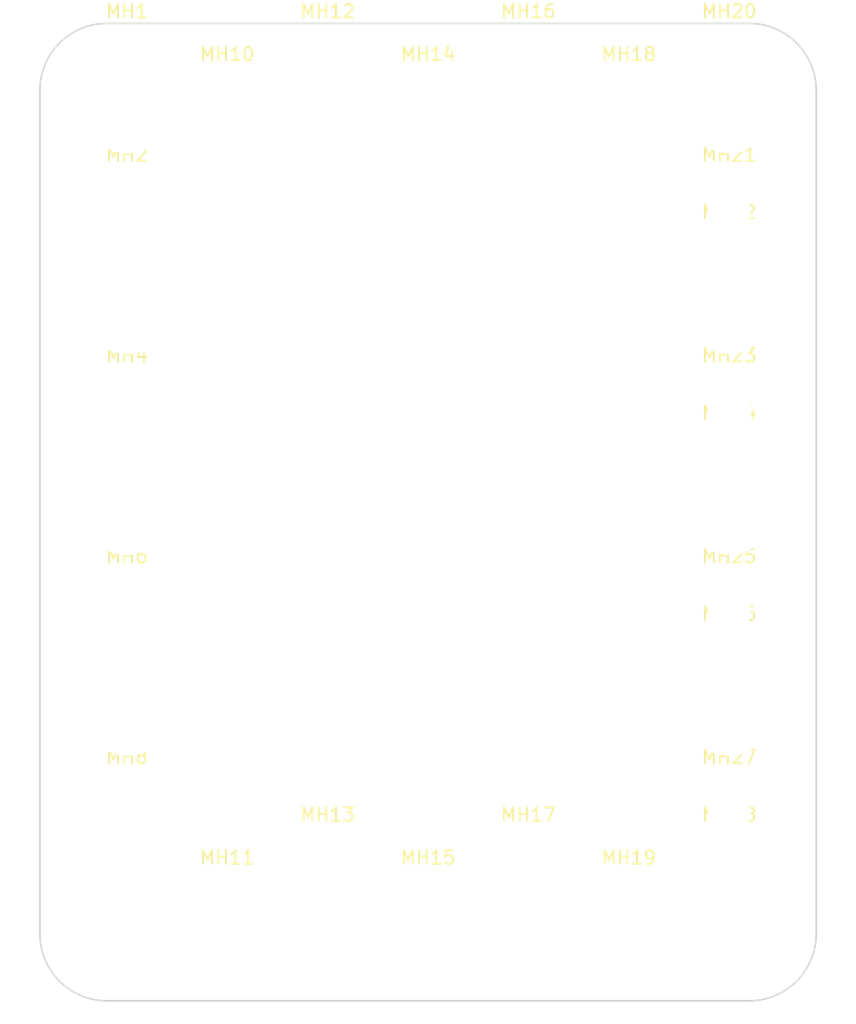
<source format=kicad_pcb>
(kicad_pcb (version 20221018) (generator pcbnew)
  (layers (0 "F.Cu" signal) (31 "B.Cu" signal) (34 "B.Paste" user) (35 "F.Paste" user) (36 "B.SilkS" user "B.Silkscreen") (37 "F.SilkS" user "F.Silkscreen") (38 "B.Mask" user) (39 "F.Mask" user) (44 "Edge.Cuts" user))
  (net 0 "")
  (footprint "MountingHole_6.4mm_M6" (layer "F.Cu") (at -22.5 -30.0)
    (fp_text reference "MH1" (at 0 -7.4) (layer "F.SilkS"))
    (fp_text value "MountingHole_6.4mm_M6")
    (pad "" np_thru_hole circle (at 0 0) (size 6.4 6.4) (drill 6.4) (layers *.Cu *.Mask))
  )
  (footprint "MountingHole_3.2mm_M3" (layer "F.Cu") (at -22.5 -22.5)
    (fp_text reference "MH2" (at 0 -4.2) (layer "F.SilkS"))
    (fp_text value "MountingHole_3.2mm_M3")
    (pad "" np_thru_hole circle (at 0 0) (size 3.2 3.2) (drill 3.2) (layers *.Cu *.Mask))
  )
  (footprint "MountingHole_6.4mm_M6" (layer "F.Cu") (at -22.5 -15.0)
    (fp_text reference "MH3" (at 0 -7.4) (layer "F.SilkS"))
    (fp_text value "MountingHole_6.4mm_M6")
    (pad "" np_thru_hole circle (at 0 0) (size 6.4 6.4) (drill 6.4) (layers *.Cu *.Mask))
  )
  (footprint "MountingHole_3.2mm_M3" (layer "F.Cu") (at -22.5 -7.5)
    (fp_text reference "MH4" (at 0 -4.2) (layer "F.SilkS"))
    (fp_text value "MountingHole_3.2mm_M3")
    (pad "" np_thru_hole circle (at 0 0) (size 3.2 3.2) (drill 3.2) (layers *.Cu *.Mask))
  )
  (footprint "MountingHole_6.4mm_M6" (layer "F.Cu") (at -22.5 0.0)
    (fp_text reference "MH5" (at 0 -7.4) (layer "F.SilkS"))
    (fp_text value "MountingHole_6.4mm_M6")
    (pad "" np_thru_hole circle (at 0 0) (size 6.4 6.4) (drill 6.4) (layers *.Cu *.Mask))
  )
  (footprint "MountingHole_3.2mm_M3" (layer "F.Cu") (at -22.5 7.5)
    (fp_text reference "MH6" (at 0 -4.2) (layer "F.SilkS"))
    (fp_text value "MountingHole_3.2mm_M3")
    (pad "" np_thru_hole circle (at 0 0) (size 3.2 3.2) (drill 3.2) (layers *.Cu *.Mask))
  )
  (footprint "MountingHole_6.4mm_M6" (layer "F.Cu") (at -22.5 15.0)
    (fp_text reference "MH7" (at 0 -7.4) (layer "F.SilkS"))
    (fp_text value "MountingHole_6.4mm_M6")
    (pad "" np_thru_hole circle (at 0 0) (size 6.4 6.4) (drill 6.4) (layers *.Cu *.Mask))
  )
  (footprint "MountingHole_3.2mm_M3" (layer "F.Cu") (at -22.5 22.5)
    (fp_text reference "MH8" (at 0 -4.2) (layer "F.SilkS"))
    (fp_text value "MountingHole_3.2mm_M3")
    (pad "" np_thru_hole circle (at 0 0) (size 3.2 3.2) (drill 3.2) (layers *.Cu *.Mask))
  )
  (footprint "MountingHole_6.4mm_M6" (layer "F.Cu") (at -22.5 30.0)
    (fp_text reference "MH9" (at 0 -7.4) (layer "F.SilkS"))
    (fp_text value "MountingHole_6.4mm_M6")
    (pad "" np_thru_hole circle (at 0 0) (size 6.4 6.4) (drill 6.4) (layers *.Cu *.Mask))
  )
  (footprint "MountingHole_3.2mm_M3" (layer "F.Cu") (at -15.0 -30.0)
    (fp_text reference "MH10" (at 0 -4.2) (layer "F.SilkS"))
    (fp_text value "MountingHole_3.2mm_M3")
    (pad "" np_thru_hole circle (at 0 0) (size 3.2 3.2) (drill 3.2) (layers *.Cu *.Mask))
  )
  (footprint "MountingHole_3.2mm_M3" (layer "F.Cu") (at -15.0 30.0)
    (fp_text reference "MH11" (at 0 -4.2) (layer "F.SilkS"))
    (fp_text value "MountingHole_3.2mm_M3")
    (pad "" np_thru_hole circle (at 0 0) (size 3.2 3.2) (drill 3.2) (layers *.Cu *.Mask))
  )
  (footprint "MountingHole_6.4mm_M6" (layer "F.Cu") (at -7.5 -30.0)
    (fp_text reference "MH12" (at 0 -7.4) (layer "F.SilkS"))
    (fp_text value "MountingHole_6.4mm_M6")
    (pad "" np_thru_hole circle (at 0 0) (size 6.4 6.4) (drill 6.4) (layers *.Cu *.Mask))
  )
  (footprint "MountingHole_6.4mm_M6" (layer "F.Cu") (at -7.5 30.0)
    (fp_text reference "MH13" (at 0 -7.4) (layer "F.SilkS"))
    (fp_text value "MountingHole_6.4mm_M6")
    (pad "" np_thru_hole circle (at 0 0) (size 6.4 6.4) (drill 6.4) (layers *.Cu *.Mask))
  )
  (footprint "MountingHole_3.2mm_M3" (layer "F.Cu") (at 0.0 -30.0)
    (fp_text reference "MH14" (at 0 -4.2) (layer "F.SilkS"))
    (fp_text value "MountingHole_3.2mm_M3")
    (pad "" np_thru_hole circle (at 0 0) (size 3.2 3.2) (drill 3.2) (layers *.Cu *.Mask))
  )
  (footprint "MountingHole_3.2mm_M3" (layer "F.Cu") (at 0.0 30.0)
    (fp_text reference "MH15" (at 0 -4.2) (layer "F.SilkS"))
    (fp_text value "MountingHole_3.2mm_M3")
    (pad "" np_thru_hole circle (at 0 0) (size 3.2 3.2) (drill 3.2) (layers *.Cu *.Mask))
  )
  (footprint "MountingHole_6.4mm_M6" (layer "F.Cu") (at 7.5 -30.0)
    (fp_text reference "MH16" (at 0 -7.4) (layer "F.SilkS"))
    (fp_text value "MountingHole_6.4mm_M6")
    (pad "" np_thru_hole circle (at 0 0) (size 6.4 6.4) (drill 6.4) (layers *.Cu *.Mask))
  )
  (footprint "MountingHole_6.4mm_M6" (layer "F.Cu") (at 7.5 30.0)
    (fp_text reference "MH17" (at 0 -7.4) (layer "F.SilkS"))
    (fp_text value "MountingHole_6.4mm_M6")
    (pad "" np_thru_hole circle (at 0 0) (size 6.4 6.4) (drill 6.4) (layers *.Cu *.Mask))
  )
  (footprint "MountingHole_3.2mm_M3" (layer "F.Cu") (at 15.0 -30.0)
    (fp_text reference "MH18" (at 0 -4.2) (layer "F.SilkS"))
    (fp_text value "MountingHole_3.2mm_M3")
    (pad "" np_thru_hole circle (at 0 0) (size 3.2 3.2) (drill 3.2) (layers *.Cu *.Mask))
  )
  (footprint "MountingHole_3.2mm_M3" (layer "F.Cu") (at 15.0 30.0)
    (fp_text reference "MH19" (at 0 -4.2) (layer "F.SilkS"))
    (fp_text value "MountingHole_3.2mm_M3")
    (pad "" np_thru_hole circle (at 0 0) (size 3.2 3.2) (drill 3.2) (layers *.Cu *.Mask))
  )
  (footprint "MountingHole_6.4mm_M6" (layer "F.Cu") (at 22.5 -30.0)
    (fp_text reference "MH20" (at 0 -7.4) (layer "F.SilkS"))
    (fp_text value "MountingHole_6.4mm_M6")
    (pad "" np_thru_hole circle (at 0 0) (size 6.4 6.4) (drill 6.4) (layers *.Cu *.Mask))
  )
  (footprint "MountingHole_3.2mm_M3" (layer "F.Cu") (at 22.5 -22.5)
    (fp_text reference "MH21" (at 0 -4.2) (layer "F.SilkS"))
    (fp_text value "MountingHole_3.2mm_M3")
    (pad "" np_thru_hole circle (at 0 0) (size 3.2 3.2) (drill 3.2) (layers *.Cu *.Mask))
  )
  (footprint "MountingHole_6.4mm_M6" (layer "F.Cu") (at 22.5 -15.0)
    (fp_text reference "MH22" (at 0 -7.4) (layer "F.SilkS"))
    (fp_text value "MountingHole_6.4mm_M6")
    (pad "" np_thru_hole circle (at 0 0) (size 6.4 6.4) (drill 6.4) (layers *.Cu *.Mask))
  )
  (footprint "MountingHole_3.2mm_M3" (layer "F.Cu") (at 22.5 -7.5)
    (fp_text reference "MH23" (at 0 -4.2) (layer "F.SilkS"))
    (fp_text value "MountingHole_3.2mm_M3")
    (pad "" np_thru_hole circle (at 0 0) (size 3.2 3.2) (drill 3.2) (layers *.Cu *.Mask))
  )
  (footprint "MountingHole_6.4mm_M6" (layer "F.Cu") (at 22.5 0.0)
    (fp_text reference "MH24" (at 0 -7.4) (layer "F.SilkS"))
    (fp_text value "MountingHole_6.4mm_M6")
    (pad "" np_thru_hole circle (at 0 0) (size 6.4 6.4) (drill 6.4) (layers *.Cu *.Mask))
  )
  (footprint "MountingHole_3.2mm_M3" (layer "F.Cu") (at 22.5 7.5)
    (fp_text reference "MH25" (at 0 -4.2) (layer "F.SilkS"))
    (fp_text value "MountingHole_3.2mm_M3")
    (pad "" np_thru_hole circle (at 0 0) (size 3.2 3.2) (drill 3.2) (layers *.Cu *.Mask))
  )
  (footprint "MountingHole_6.4mm_M6" (layer "F.Cu") (at 22.5 15.0)
    (fp_text reference "MH26" (at 0 -7.4) (layer "F.SilkS"))
    (fp_text value "MountingHole_6.4mm_M6")
    (pad "" np_thru_hole circle (at 0 0) (size 6.4 6.4) (drill 6.4) (layers *.Cu *.Mask))
  )
  (footprint "MountingHole_3.2mm_M3" (layer "F.Cu") (at 22.5 22.5)
    (fp_text reference "MH27" (at 0 -4.2) (layer "F.SilkS"))
    (fp_text value "MountingHole_3.2mm_M3")
    (pad "" np_thru_hole circle (at 0 0) (size 3.2 3.2) (drill 3.2) (layers *.Cu *.Mask))
  )
  (footprint "MountingHole_6.4mm_M6" (layer "F.Cu") (at 22.5 30.0)
    (fp_text reference "MH28" (at 0 -7.4) (layer "F.SilkS"))
    (fp_text value "MountingHole_6.4mm_M6")
    (pad "" np_thru_hole circle (at 0 0) (size 6.4 6.4) (drill 6.4) (layers *.Cu *.Mask))
  )
  (gr_line (start -24.0 -36.5) (end 24.0 -36.5) (layer "Edge.Cuts") (width 0.12))
  (gr_line (start -24.0 36.5) (end 24.0 36.5) (layer "Edge.Cuts") (width 0.12))
  (gr_line (start -29.0 -31.5) (end -29.0 31.5) (layer "Edge.Cuts") (width 0.12))
  (gr_line (start 29.0 -31.5) (end 29.0 31.5) (layer "Edge.Cuts") (width 0.12))
  (gr_arc (start -29.0 -31.5) (mid -27.535533905932738 -35.03553390593274) (end -24.0 -36.5) (layer "Edge.Cuts") (width 0.12))
  (gr_arc (start 29.0 -31.5) (mid 27.535533905932738 -35.03553390593274) (end 24.0 -36.5) (layer "Edge.Cuts") (width 0.12))
  (gr_arc (start 29.0 31.5) (mid 27.535533905932738 35.03553390593274) (end 24.0 36.5) (layer "Edge.Cuts") (width 0.12))
  (gr_arc (start -29.0 31.5) (mid -27.535533905932738 35.03553390593274) (end -24.0 36.5) (layer "Edge.Cuts") (width 0.12))
)
</source>
